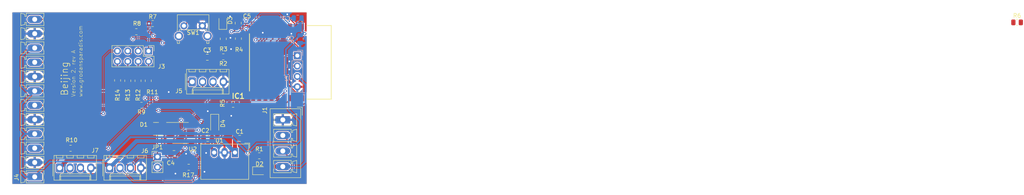
<source format=kicad_pcb>
(kicad_pcb (version 20241229) (generator "pcbnew") (generator_version "9.0")
  (layers (0 "F.Cu" signal) (4 "In1.Cu" signal) (6 "In2.Cu" signal) (8 "In3.Cu" signal) (10 "In4.Cu" signal) (2 "B.Cu" signal) (13 "F.Paste" user) (15 "B.Paste" user) (5 "F.SilkS" user "F.Silkscreen") (7 "B.SilkS" user "B.Silkscreen") (1 "F.Mask" user) (3 "B.Mask" user) (25 "Edge.Cuts" user))
  (net 0 "")
  (net 1 "GND")
  (net 4 "+3V3")
  (net 5 "Net-(JP1-Pad2)")
  (net 6 "/D")
  (net 7 "/R")
  (net 10 "+28V")
  (net 11 "Net-(D2-Pad2)")
  (net 12 "Net-(D3-Pad2)")
  (net 13 "/USB_D-")
  (net 14 "/USB_D+")
  (net 15 "Net-(IC1-Pad16)")
  (net 16 "/config")
  (net 17 "/status")
  (net 18 "Net-(J3-Pad1)")
  (net 19 "Net-(J3-Pad2)")
  (net 20 "Net-(J3-Pad3)")
  (net 21 "Net-(J3-Pad4)")
  (net 22 "Net-(J3-Pad5)")
  (net 23 "Net-(J3-Pad6)")
  (net 24 "Net-(J3-Pad7)")
  (net 25 "Net-(J3-Pad8)")
  (net 26 "Net-(C5-Pad1)")
  (net 27 "CNT4")
  (net 28 "CNT3")
  (net 29 "CNT2")
  (net 30 "CNT1")
  (net 31 "/RXD")
  (net 32 "/TXD")
  (net 33 "/CANL")
  (net 34 "/CANH")
  (net 35 "Net-(C2-Pad1)")
  (footprint "Capacitor_SMD:C_0805_2012Metric" (layer "F.Cu") (at 160.2 95 180)
    (property "Reference" "C3")
    (property "Value" "0.1uF" (hide yes))
  )
  (footprint "Resistor_SMD:R_0805_2012Metric" (layer "F.Cu") (at 145.75 100.75 -90)
    (property "Reference" "R11")
    (property "Value" "10K" (hide yes))
  )
  (footprint "Connector_Phoenix_MC:PhoenixContact_MCV_1,5_4-G-3.81_1x04_P3.81mm_Vertical" (layer "F.Cu") (at 178.6575 110.3025 -90)
    (property "Reference" "J1")
    (property "Value" "Conn_01x04_Male" (hide yes))
  )
  (footprint "ESP32_C3:ESP32C3WROOM02H4" (layer "F.Cu") (at 170.5 86.75 -90)
    (property "Reference" "IC1")
    (property "Value" "ESP32-C3-WROOM-02-H4" (hide yes))
  )
  (footprint "Capacitor_SMD:C_0805_2012Metric" (layer "F.Cu") (at 167.75 86.65 90)
    (property "Reference" "C5")
    (property "Value" "1uF" (hide yes))
  )
  (footprint "Converter_DCDC:Converter_DCDC_RECOM_R-78E-0.5_THT" (layer "F.Cu") (at 166.947 118.2925 180)
    (property "Reference" "U1")
    (property "Value" "R-78C3.3-1.0" (hide yes))
  )
  (footprint "LED_SMD:LED_0805_2012Metric" (layer "F.Cu") (at 172.95 122.75)
    (property "Reference" "D2")
    (property "Value" "PWR")
  )
  (footprint "Resistor_SMD:R_0805_2012Metric" (layer "F.Cu") (at 358.205 86.475)
    (property "Reference" "R6")
    (property "Value" "10K")
  )
  (footprint "Connector_Phoenix_MC:PhoenixContact_MCV_1,5_12-G-3.5_1x12_P3.50mm_Vertical" (layer "F.Cu") (at 117.985 124.2325 90)
    (property "Reference" "J4")
    (property "Value" "Conn_01x12_Male" (hide yes))
  )
  (footprint "Resistor_SMD:R_0805_2012Metric" (layer "F.Cu") (at 146.8375 86.75)
    (property "Reference" "R7")
    (property "Value" "22")
  )
  (footprint "Package_TO_SOT_SMD:SOT-23" (layer "F.Cu") (at 147.65 112.5 180)
    (property "Reference" "D1")
    (property "Value" "NUP2105L" (hide yes))
  )
  (footprint "Resistor_SMD:R_0805_2012Metric" (layer "F.Cu") (at 144.0875 106.75 180)
    (property "Reference" "R9")
    (property "Value" "22")
  )
  (footprint "Resistor_SMD:R_0805_2012Metric" (layer "F.Cu") (at 164.1 94.9 180)
    (property "Reference" "R2")
    (property "Value" "10K" (hide yes))
  )
  (footprint "LED_SMD:LED_0805_2012Metric" (layer "F.Cu") (at 164 86.5 90)
    (property "Reference" "D3")
    (property "Value" "Status")
  )
  (footprint "Capacitor_SMD:C_0805_2012Metric" (layer "F.Cu") (at 152.05 118.55)
    (property "Reference" "C4")
    (property "Value" "0.1uF" (hide yes))
  )
  (footprint "Resistor_SMD:R_0805_2012Metric" (layer "F.Cu") (at 143.25 100.75 -90)
    (property "Reference" "R12")
    (property "Value" "10K" (hide yes))
  )
  (footprint "Connector_Molex:Molex_KK-254_AE-6410-04A_1x04_P2.54mm_Vertical" (layer "F.Cu") (at 156.5 101)
    (property "Reference" "J5")
    (property "Value" "Conn_01x04" (hide yes))
  )
  (footprint "Button_Switch_THT:SW_Tactile_SPST_Angled_PTS645Vx31-2LFS" (layer "F.Cu") (at 154.475 87.3125)
    (property "Reference" "SW1")
    (property "Value" "ALPS SKHH" (hide yes))
  )
  (footprint "Package_SO:SOIC-8_3.9x4.9mm_P1.27mm" (layer "F.Cu") (at 153.65 113.5)
    (property "Reference" "U2")
    (property "Value" "SN65HVD232" (hide yes))
  )
  (footprint "Capacitor_SMD:C_0805_2012Metric_Pad1.18x1.45mm_HandSolder" (layer "F.Cu") (at 160.3 114.85 180)
    (property "Reference" "C2")
    (property "Value" "10uF" (hide yes))
  )
  (footprint "Resistor_SMD:R_0805_2012Metric" (layer "F.Cu") (at 166.5 106.5 180)
    (property "Reference" "R5")
    (property "Value" "10K" (hide yes))
  )
  (footprint "Connector_PinHeader_2.54mm:PinHeader_2x04_P2.54mm_Vertical" (layer "F.Cu") (at 145.825 93.475 -90)
    (property "Reference" "J3")
    (property "Value" "Conn_02x04_Counter_Clockwise" (hide yes))
  )
  (footprint "Resistor_SMD:R_0805_2012Metric" (layer "F.Cu") (at 142.8375 88.75 180)
    (property "Reference" "R8")
    (property "Value" "22")
  )
  (footprint "Resistor_SMD:R_0805_2012Metric" (layer "F.Cu") (at 138.25 100.6625 -90)
    (property "Reference" "R14")
    (property "Value" "10K" (hide yes))
  )
  (footprint "Connector_Molex:Molex_KK-254_AE-6410-04A_1x04_P2.54mm_Vertical" (layer "F.Cu") (at 124.09 122.05)
    (property "Reference" "J7")
    (property "Value" "Conn_01x04" (hide yes))
  )
  (footprint "Diode_SMD:D_SOD-123" (layer "F.Cu") (at 162 111.2 -90)
    (property "Reference" "D4")
    (property "Value" "1N5819" (hide yes))
  )
  (footprint "Resistor_SMD:R_0805_2012Metric" (layer "F.Cu") (at 155.65 121.9)
    (property "Reference" "R17")
    (property "Value" "120" (hide yes))
  )
  (footprint "Connector_PinHeader_2.54mm:PinHeader_1x02_P2.54mm_Vertical" (layer "F.Cu") (at 148 119.325)
    (property "Reference" "JP1")
    (property "Value" "Termination")
  )
  (footprint "Resistor_SMD:R_0805_2012Metric" (layer "F.Cu") (at 172.9 119.1)
    (property "Reference" "R1")
    (property "Value" "10K" (hide yes))
  )
  (footprint "Capacitor_SMD:C_0805_2012Metric_Pad1.18x1.45mm_HandSolder" (layer "F.Cu") (at 168.1 114.85)
    (property "Reference" "C1")
    (property "Value" "22uF")
  )
  (footprint "Resistor_SMD:R_0805_2012Metric" (layer "F.Cu") (at 167.8 90.45 90)
    (property "Reference" "R4")
    (property "Value" "10K" (hide yes))
  )
  (footprint "Connector_Molex:Molex_KK-254_AE-6410-04A_1x04_P2.54mm_Vertical" (layer "F.Cu") (at 136.3 122.05)
    (property "Reference" "J6")
    (property "Value" "Conn_01x04" (hide yes))
  )
  (footprint "Resistor_SMD:R_0805_2012Metric" (layer "F.Cu") (at 140.75 100.75 -90)
    (property "Reference" "R13")
    (property "Value" "10K" (hide yes))
  )
  (footprint "Resistor_SMD:R_0805_2012Metric" (layer "F.Cu") (at 164.1 90.5 90)
    (property "Reference" "R3")
    (property "Value" "10K" (hide yes))
  )
  (footprint "Resistor_SMD:R_0805_2012Metric" (layer "F.Cu") (at 126.75 117.25 180)
    (property "Reference" "R10")
    (property "Value" "22" (hide yes))
  )
  (footprint "Connector_PinHeader_2.54mm:PinHeader_1x04_P2.54mm_Vertical" (layer "B.Cu") (at 182.2 94.6 180)
    (property "Reference" "J2")
    (property "Value" "Conn_01x04_Male")
  )
  (footprint "Capacitor_SMD:C_0805_2012Metric" (layer "B.Cu") (at 182.9 90.55 -90)
    (property "Reference" "C6")
    (property "Value" "10uF" (hide yes))
  )
  (footprint "Capacitor_SMD:C_0805_2012Metric" (layer "B.Cu") (at 182.3 85.45 180)
    (property "Reference" "C7")
    (property "Value" "0.1uF" (hide yes))
  )
  (gr_line (start 184.5011 126.0036) (end 112.5011 126.0036) (stroke (width 0.05)) (layer "Edge.Cuts"))
  (gr_line (start 112.5011 126.0036) (end 112.5011 84.0036) (stroke (width 0.05)) (layer "Edge.Cuts"))
  (gr_line (start 184.5011 84.0036) (end 184.5011 126.0036) (stroke (width 0.05)) (layer "Edge.Cuts"))
  (gr_line (start 112.5011 84.0036) (end 184.5011 84.0036) (stroke (width 0.05)) (layer "Edge.Cuts"))
  (gr_text "Beijing\n" (at 126.25 104.5 90) (layer "F.SilkS") (effects (font (size 1.63576 1.63576) (thickness 0.14224)) (justify left bottom)))
  (gr_text "www.grodansparadis.com" (at 129.75 104.75 90) (layer "F.SilkS") (effects (font (size 0.93472 0.93472) (thickness 0.08128)) (justify left bottom)))
  (gr_text "Version 2, rev A" (at 128 104.75 90) (layer "F.SilkS") (effects (font (size 0.93472 0.93472) (thickness 0.08128)) (justify left bottom)))
  (segment (start 159.25 95) (end 159.25 94.75) (width 0.25) (layer "F.Cu") (net 1))
  (segment (start 159.25 94.75) (end 160.25 93.75) (width 0.25) (layer "F.Cu") (net 1))
  (via (at 159.5 123) (size 0.8) (drill 0.4) (layers "F.Cu" "B.Cu") (net 1))
  (via (at 173.75 89) (size 0.8) (drill 0.4) (layers "F.Cu" "B.Cu") (net 1))
  (via (at 179.75 84.5) (size 0.8) (drill 0.4) (layers "F.Cu" "B.Cu") (net 1))
  (via (at 160.3 108.19) (size 0.8) (drill 0.4) (layers "F.Cu" "B.Cu") (net 1))
  (via (at 155 118.6) (size 0.8) (drill 0.4) (layers "F.Cu" "B.Cu") (net 1))
  (via (at 180.75 100.75) (size 0.8) (drill 0.4) (layers "F.Cu" "B.Cu") (net 1))
  (via (at 159.9 118.4) (size 0.8) (drill 0.4) (layers "F.Cu" "B.Cu") (net 1))
  (via (at 160.25 93.75) (size 0.8) (drill 0.4) (layers "F.Cu" "B.Cu") (net 1))
  (via (at 180.25 98) (size 0.8) (drill 0.4) (layers "F.Cu" "B.Cu") (net 1))
  (via (at 180.75 89.25) (size 0.8) (drill 0.4) (layers "F.Cu" "B.Cu") (net 1))
  (via (at 166.05 109.32) (size 0.8) (drill 0.4) (layers "F.Cu" "B.Cu") (net 1))
  (via (at 165.75 85) (size 0.8) (drill 0.4) (layers "F.Cu" "B.Cu") (net 1))
  (via (at 166 93) (size 0.8) (drill 0.4) (layers "F.Cu" "B.Cu") (net 1))
  (via (at 152.4 123.45) (size 0.8) (drill 0.4) (layers "F.Cu" "B.Cu") (net 1))
  (via (at 180.25 96) (size 0.8) (drill 0.4) (layers "F.Cu" "B.Cu") (net 1))
  (via (at 150.75 103.5) (size 0.8) (drill 0.4) (layers "F.Cu" "B.Cu") (net 1))
  (via (at 165.85 90.25) (size 0.8) (drill 0.4) (layers "F.Cu" "B.Cu") (net 1))
  (segment (start 169.75 90.944565) (end 169.75 88.1) (width 0.25) (layer "F.Cu") (net 4))
  (segment (start 166.77048 90.56702) (end 166.77048 91.865045) (width 0.25) (layer "F.Cu") (net 4))
  (segment (start 138.25 101.575) (end 136.5925 103.2325) (width 0.5) (layer "F.Cu") (net 4))
  (segment (start 151.1 118.55) (end 152.27952 119.72952) (width 0.5) (layer "F.Cu") (net 4))
  (segment (start 158.904511 113.153951) (end 158.904511 110.904511) (width 0.5) (layer "F.Cu") (net 4))
  (segment (start 162.5375 109.55) (end 165.5875 106.5) (width 0.5) (layer "F.Cu") (net 4))
  (segment (start 169.75 88.1) (end 169.65 88) (width 0.25) (layer "F.Cu") (net 4))
  (segment (start 136.5925 103.2325) (end 117.985 103.2325) (width 0.5) (layer "F.Cu") (net 4))
  (segment (start 143.6625 101.6625) (end 146.479511 104.479511) (width 0.5) (layer "F.Cu") (net 4))
  (segment (start 151.175 114.135) (end 150.791857 114.135) (width 0.25) (layer "F.Cu") (net 4))
  (segment (start 146.5 108) (end 146.479511 108.020489) (width 0.25) (layer "F.Cu") (net 4))
  (segment (start 167.109955 92.20452) (end 168.490045 92.20452) (width 0.25) (layer "F.Cu") (net 4))
  (segment (start 167.077717 92.172283) (end 167.109955 92.20452) (width 0.25) (layer "F.Cu") (net 4))
  (segment (start 150.61508 114.135) (end 151.175 114.135) (width 0.5) (layer "F.Cu") (net 4))
  (segment (start 146.479511 104.479511) (end 146.479511 108.020489) (width 0.5) (layer "F.Cu") (net 4))
  (segment (start 140.75 101.6625) (end 138.3375 101.6625) (width 0.5) (layer "F.Cu") (net 4))
  (segment (start 167.8 89.5375) (end 166.77048 90.56702) (width 0.25) (layer "F.Cu") (net 4))
  (segment (start 164.1 91.4125) (end 165.925 91.4125) (width 0.25) (layer "F.Cu") (net 4))
  (segment (start 151.1 118.55) (end 149.74548 117.19548) (width 0.5) (layer "F.Cu") (net 4))
  (segment (start 166.77048 91.865045) (end 167.077717 92.172283) (width 0.25) (layer "F.Cu") (net 4))
  (segment (start 156.857781 119.72952) (end 158.22048 118.366821) (width 0.5) (layer "F.Cu") (net 4))
  (segment (start 152.27952 119.72952) (end 156.857781 119.72952) (width 0.5) (layer "F.Cu") (net 4))
  (segment (start 143.25 101.6625) (end 145.75 101.6625) (width 0.5) (layer "F.Cu") (net 4))
  (segment (start 149.74548 117.19548) (end 149.74548 115.0046) (width 0.5) (layer "F.Cu") (net 4))
  (segment (start 160.85 110.7) (end 162 109.55) (width 0.5) (layer "F.Cu") (net 4))
  (segment (start 156.5 101) (end 146.4125 101) (width 0.5) (layer "F.Cu") (net 4))
  (segment (start 171.2875 118.4) (end 171.9875 119.1) (width 0.25) (layer "F.Cu") (net 4))
  (segment (start 148.25 108) (end 146.5 108) (width 0.25) (layer "F.Cu") (net 4))
  (segment (start 165.925 91.4125) (end 167.8 89.5375) (width 0.25) (layer "F.Cu") (net 4))
  (segment (start 138.3375 101.6625) (end 138.25 101.575) (width 0.25) (layer "F.Cu") (net 4))
  (segment (start 146.4125 101) (end 145.75 101.6625) (width 0.5) (layer "F.Cu") (net 4))
  (segment (start 149.74548 115.0046) (end 150.61508 114.135) (width 0.5) (layer "F.Cu") (net 4))
  (segment (start 168.490045 92.20452) (end 169.75 90.944565) (width 0.25) (layer "F.Cu") (net 4))
  (segment (start 158.904511 110.904511) (end 158.7 110.7) (width 0.5) (layer "F.Cu") (net 4))
  (segment (start 183.4 87.5) (end 183.4 87.65) (width 0.25) (layer "F.Cu") (net 4))
  (segment (start 183.4 87.65) (end 183.4 88.65) (width 0.25) (layer "F.Cu") (net 4))
  (segment (start 183.4 88.65) (end 184 89.25) (width 0.25) (layer "F.Cu") (net 4))
  (segment (start 170.05 118.4) (end 171.2875 118.4) (width 0.25) (layer "F.Cu") (net 4))
  (segment (start 143.25 101.6625) (end 143.6625 101.6625) (width 0.25) (layer "F.Cu") (net 4))
  (segment (start 158.22048 113.837982) (end 158.904511 113.153951) (width 0.5) (layer "F.Cu") (net 4))
  (segment (start 158.7 110.7) (end 160.85 110.7) (width 0.5) (layer "F.Cu") (net 4))
  (segment (start 162 109.55) (end 162.5375 109.55) (width 0.5) (layer "F.Cu") (net 4))
  (segment (start 158.22048 118.366821) (end 158.22048 113.837982) (width 0.5) (layer "F.Cu") (net 4))
  (via (at 169.65 88) (size 0.8) (drill 0.4) (layers "F.Cu" "B.Cu") (net 4))
  (via (at 148.25 108) (size 0.8) (drill 0.4) (layers "F.Cu" "B.Cu") (net 4))
  (via (at 170.05 118.4) (size 0.8) (drill 0.4) (layers "F.Cu" "B.Cu") (net 4))
  (via (at 184 89.25) (size 0.8) (drill 0.4) (layers "F.Cu" "B.Cu") (net 4))
  (via (at 158.7 110.7) (size 0.8) (drill 0.4) (layers "F.Cu" "B.Cu") (net 4))
  (segment (start 183.65 85.85) (end 183.25 85.45) (width 0.25) (layer "B.Cu") (net 4))
  (segment (start 179.395489 99.104511) (end 179.395489 93.104511) (width 0.5) (layer "B.Cu") (net 4))
  (segment (start 166.19548 114.54548) (end 170.05 118.4) (width 0.5) (layer "B.Cu") (net 4))
  (segment (start 172.3 116.1) (end 182 116.1) (width 0.5) (layer "B.Cu") (net 4))
  (segment (start 114.75 114.715) (end 115.7325 113.7325) (width 0.5) (layer "B.Cu") (net 4))
  (segment (start 156 108) (end 148.25 108) (width 0.25) (layer "B.Cu") (net 4))
  (segment (start 116.0175 113.7325) (end 117.985 113.7325) (width 0.25) (layer "B.Cu") (net 4))
  (segment (start 183.25 89.25) (end 182.9 89.6) (width 0.25) (layer "B.Cu") (net 4))
  (segment (start 184 89.25) (end 183.25 89.25) (width 0.25) (layer "B.Cu") (net 4))
  (segment (start 114.75 102) (end 115.9825 103.2325) (width 0.5) (layer "B.Cu") (net 4))
  (segment (start 182.75 115.35) (end 182.75 110.540978) (width 0.5) (layer "B.Cu") (net 4))
  (segment (start 169.65 88) (end 173.25452 84.39548) (width 0.25) (layer "B.Cu") (net 4))
  (segment (start 177.74548 84.39548) (end 180.45 87.1) (width 0.25) (layer "B.Cu") (net 4))
  (segment (start 180.104511 107.895489) (end 180.104511 102.254511) (width 0.5) (layer "B.Cu") (net 4))
  (segment (start 114.75 94.86202) (end 114.75 102) (width 0.5) (layer "B.Cu") (net 4))
  (segment (start 114.75 112.75) (end 114.75 106.4675) (width 0.5) (layer "B.Cu") (net 4))
  (segment (start 115.7325 124.2325) (end 117.985 124.2325) (width 0.5) (layer "B.Cu") (net 4))
  (segment (start 183.65 88.85) (end 183.65 85.85) (width 0.25) (layer "B.Cu") (net 4))
  (segment (start 173.25452 84.39548) (end 177.74548 84.39548) (width 0.25) (layer "B.Cu") (net 4))
  (segment (start 116.87952 92.7325) (end 117.985 92.7325) (width 0.25) (layer "B.Cu") (net 4))
  (segment (start 182.75 110.540978) (end 180.104511 107.895489) (width 0.5) (layer "B.Cu") (net 4))
  (segment (start 141.40452 114.54548) (end 166.19548 114.54548) (width 0.5) (layer "B.Cu") (net 4))
  (segment (start 158.75 110.75) (end 156 108) (width 0.25) (layer "B.Cu") (net 4))
  (segment (start 180.104511 102.254511) (end 179.895489 102.045489) (width 0.5) (layer "B.Cu") (net 4))
  (segment (start 182.9 89.6) (end 183.65 88.85) (width 0.25) (layer "B.Cu") (net 4))
  (segment (start 115.7325 113.7325) (end 114.75 112.75) (width 0.5) (layer "B.Cu") (net 4))
  (segment (start 179.395489 93.104511) (end 182.9 89.6) (width 0.5) (layer "B.Cu") (net 4))
  (segment (start 114.75 123.25) (end 115.7325 124.2325) (width 0.5) (layer "B.Cu") (net 4))
  (segment (start 117.985 103.2325) (end 115.9825 103.2325) (width 0.5) (layer "B.Cu") (net 4))
  (segment (start 170.05 118.4) (end 172.3 116.15) (width 0.5) (layer "B.Cu") (net 4))
  (segment (start 114.75 94.86202) (end 116.87952 92.7325) (width 0.5) (layer "B.Cu") (net 4))
  (segment (start 179.895489 102.045489) (end 179.895489 99.604511) (width 0.5) (layer "B.Cu") (net 4))
  (segment (start 182 116.1) (end 182.75 115.35) (width 0.5) (layer "B.Cu") (net 4))
  (segment (start 121.71702 120.50048) (end 117.985 124.2325) (width 0.5) (layer "B.Cu") (net 4))
  (segment (start 121.71702 120.50048) (end 135.44952 120.50048) (width 0.5) (layer "B.Cu") (net 4))
  (segment (start 181.6 87.1) (end 183.25 85.45) (width 0.25) (layer "B.Cu") (net 4))
  (segment (start 179.895489 99.604511) (end 179.395489 99.104511) (width 0.5) (layer "B.Cu") (net 4))
  (segment (start 114.75 114.715) (end 114.75 123.25) (width 0.5) (layer "B.Cu") (net 4))
  (segment (start 172.3 116.15) (end 172.3 116.1) (width 0.5) (layer "B.Cu") (net 4))
  (segment (start 135.44952 120.50048) (end 141.40452 114.54548) (width 0.5) (layer "B.Cu") (net 4))
  (segment (start 117.985 113.7325) (end 115.7325 113.7325) (width 0.5) (layer "B.Cu") (net 4))
  (segment (start 180.45 87.1) (end 181.6 87.1) (width 0.25) (layer "B.Cu") (net 4))
  (segment (start 114.75 106.4675) (end 117.985 103.2325) (width 0.5) (layer "B.Cu") (net 4))
  (segment (start 154.7025 121.865) (end 148 121.865) (width 0.25) (layer "F.Cu") (net 5))
  (segment (start 154.7375 121.9) (end 154.7025 121.865) (width 0.25) (layer "F.Cu") (net 5))
  (segment (start 161.286171 120.8) (end 162.94652 119.139651) (width 0.25) (layer "F.Cu") (net 6))
  (segment (start 181.180489 98.319511) (end 182.688571 98.319511) (width 0.25) (layer "F.Cu") (net 6))
  (segment (start 170.65 107.25) (end 183.009022 107.25) (width 0.25) (layer "F.Cu") (net 6))
  (segment (start 149.050001 118.044565) (end 151.805435 120.8) (width 0.25) (layer "F.Cu") (net 6))
  (segment (start 172.9 87.5) (end 172.9 89.85) (width 0.25) (layer "F.Cu") (net 6))
  (segment (start 183.379511 97.628571) (end 183.379511 93.420489) (width 0.25) (layer "F.Cu") (net 6))
  (segment (start 183.009022 107.25) (end 184.179511 106.079511) (width 0.25) (layer "F.Cu") (net 6))
  (segment (start 179.796945 99.703055) (end 181.180489 98.319511) (width 0.25) (layer "F.Cu") (net 6))
  (segment (start 180.459022 90.5) (end 180 90.5) (width 0.25) (layer "F.Cu") (net 6))
  (segment (start 162.94652 119.139651) (end 162.94652 114.95348) (width 0.25) (layer "F.Cu") (net 6))
  (segment (start 150.791857 111.595) (end 149.87048 112.516377) (width 0.25) (layer "F.Cu") (net 6))
  (segment (start 149.05 114.85) (end 149.050001 118.044565) (width 0.25) (layer "F.Cu") (net 6))
  (segment (start 151.175 111.595) (end 150.791857 111.595) (width 0.25) (layer "F.Cu") (net 6))
  (segment (start 182.688571 98.319511) (end 183.379511 97.628571) (width 0.25) (layer "F.Cu") (net 6))
  (segment (start 179.796945 101.485027) (end 179.796945 99.703055) (width 0.25) (layer "F.Cu") (net 6))
  (segment (start 182.232407 103.920489) (end 179.796945 101.485027) (width 0.25) (layer "F.Cu") (net 6))
  (segment (start 172.9 89.85) (end 172 90.75) (width 0.25) (layer "F.Cu") (net 6))
  (segment (start 149.87048 114.02952) (end 149.05 114.85) (width 0.25) (layer "F.Cu") (net 6))
  (segment (start 183.379511 93.420489) (end 180.459022 90.5) (width 0.25) (layer "F.Cu") (net 6))
  (segment (start 184.179511 106.079511) (end 184.179511 103.920489) (width 0.25) (layer "F.Cu") (net 6))
  (segment (start 162.94652 114.95348) (end 170.65 107.25) (width 0.25) (layer "F.Cu") (net 6))
  (segment (start 149.87048 112.516377) (end 149.87048 114.02952) (width 0.25) (layer "F.Cu") (net 6))
  (segment (start 184.179511 103.920489) (end 182.232407 103.920489) (width 0.25) (layer "F.Cu") (net 6))
  (segment (start 151.805435 120.8) (end 161.286171 120.8) (width 0.25) (layer "F.Cu") (net 6))
  (via (at 180 90.5) (size 0.8) (drill 0.4) (layers "F.Cu" "B.Cu") (net 6))
  (via (at 172 90.75) (size 0.8) (drill 0.4) (layers "F.Cu" "B.Cu") (net 6))
  (segment (start 172 90.75) (end 179.75 90.75) (width 0.25) (layer "B.Cu") (net 6))
  (segment (start 179.75 90.75) (end 180 90.5) (width 0.25) (layer "B.Cu") (net 6))
  (segment (start 151.558143 115.405) (end 154.82048 112.142663) (width 0.25) (layer "F.Cu") (net 7))
  (segment (start 151.175 115.405) (end 151.558143 115.405) (width 0.25) (layer "F.Cu") (net 7))
  (segment (start 154.82048 112.142663) (end 154.82048 111.12952) (width 0.25) (layer "F.Cu") (net 7))
  (segment (start 154.82048 111.12952) (end 160.95 105) (width 0.25) (layer "F.Cu") (net 7))
  (segment (start 160.95 105) (end 171.4 105) (width 0.25) (layer "F.Cu") (net 7))
  (segment (start 175.65 113.8) (end 175.65 121.15) (width 1) (layer "F.Cu") (net 10))
  (segment (start 166.947 114.9655) (end 167.0625 114.85) (width 1) (layer "F.Cu") (net 10))
  (segment (start 125.88952 120.25048) (end 124.09 122.05) (width 1) (layer "F.Cu") (net 10))
  (segment (start 175.65 121.15) (end 176.2325 121.7325) (width 1) (layer "F.Cu") (net 10))
  (segment (start 168.25 112.85) (end 174.7 112.85) (width 1) (layer "F.Cu") (net 10))
  (segment (start 167.0625 114.0375) (end 168.25 112.85) (width 1) (layer "F.Cu") (net 10))
  (segment (start 176.2325 121.7325) (end 178.6575 121.7325) (width 1) (layer "F.Cu") (net 10))
  (segment (start 167.0625 114.85) (end 167.0625 114.0375) (width 1) (layer "F.Cu") (net 10))
  (segment (start 136.3 122.05) (end 134.50048 120.25048) (width 1) (layer "F.Cu") (net 10))
  (segment (start 174.7 112.85) (end 175.65 113.8) (width 1) (layer "F.Cu") (net 10))
  (segment (start 166.947 118.2925) (end 166.947 114.9655) (width 1) (layer "F.Cu") (net 10))
  (segment (start 134.50048 120.25048) (end 125.88952 120.25048) (width 1) (layer "F.Cu") (net 10))
  (segment (start 184.179511 101.659511) (end 184.179511 120.570489) (width 0.5) (layer "B.Cu") (net 10))
  (segment (start 182.2 99.68) (end 184.179511 101.659511) (width 0.5) (layer "B.Cu") (net 10))
  (segment (start 136.3 122.05) (end 142.85 115.5) (width 1) (layer "B.Cu") (net 10))
  (segment (start 184.179511 120.570489) (end 183.0175 121.7325) (width 0.5) (layer "B.Cu") (net 10))
  (segment (start 183.0175 121.7325) (end 178.6575 121.7325) (width 0.5) (layer "B.Cu") (net 10))
  (segment (start 164.1545 115.5) (end 166.947 118.2925) (width 1) (layer "B.Cu") (net 10))
  (segment (start 142.85 115.5) (end 164.1545 115.5) (width 1) (layer "B.Cu") (net 10))
  (segment (start 173.8125 119.1) (end 173.8125 122.675) (width 0.25) (layer "F.Cu") (net 11))
  (segment (start 173.8125 122.675) (end 173.8875 122.75) (width 0.25) (layer "F.Cu") (net 11))
  (segment (start 153.270489 86.782631) (end 155.15312 84.9) (width 0.25) (layer "F.Cu") (net 12))
  (segment (start 158.42048 95.72048) (end 158.42048 94.284955) (width 0.25) (layer "F.Cu") (net 12))
  (segment (start 155.15312 84.9) (end 163.3375 84.9) (width 0.25) (layer "F.Cu") (net 12))
  (segment (start 163.1875 94.9) (end 162.03298 96.05452) (width 0.25) (layer "F.Cu") (net 12))
  (segment (start 153.270489 87.897065) (end 153.270489 86.782631) (width 0.25) (layer "F.Cu") (net 12))
  (segment (start 162.7 88.80452) (end 159.75 85.85452) (width 0.25) (layer "F.Cu") (net 12))
  (segment (start 162.7 90.005435) (end 162.7 88.80452) (width 0.25) (layer "F.Cu") (net 12))
  (segment (start 162.03298 96.05452) (end 158.75452 96.05452) (width 0.25) (layer "F.Cu") (net 12))
  (segment (start 159.75 85.85452) (end 157.636417 85.85452) (width 0.25) (layer "F.Cu") (net 12))
  (segment (start 158.42048 94.284955) (end 162.7 90.005435) (width 0.25) (layer "F.Cu") (net 12))
  (segment (start 153.890435 88.517011) (end 153.270489 87.897065) (width 0.25) (layer "F.Cu") (net 12))
  (segment (start 157.636417 85.85452) (end 154.973926 88.517011) (width 0.25) (layer "F.Cu") (net 12))
  (segment (start 154.973926 88.517011) (end 153.890435 88.517011) (width 0.25) (layer "F.Cu") (net 12))
  (segment (start 163.3375 84.9) (end 164 85.5625) (width 0.25) (layer "F.Cu") (net 12))
  (segment (start 158.75452 96.05452) (end 158.42048 95.72048) (width 0.25) (layer "F.Cu") (net 12))
  (segment (start 178.954511 95.004511) (end 179.359022 94.6) (width 0.2) (layer "F.Cu") (net 13))
  (segment (start 176.854511 101.645489) (end 175.9 102.6) (width 0.2) (layer "F.Cu") (net 13))
  (segment (start 178.954511 101.645489) (end 176.854511 101.645489) (width 0.2) (layer "F.Cu") (net 13))
  (segment (start 175.9 102.6) (end 175.9 105) (width 0.2) (layer "F.Cu") (net 13))
  (segment (start 178.954511 101.645489) (end 178.954511 95.004511) (width 0.2) (layer "F.Cu") (net 13))
  (segment (start 179.359022 94.6) (end 182.2 94.6) (width 0.2) (layer "F.Cu") (net 13))
  (segment (start 179.122068 102.050009) (end 177.75 102.050009) (width 0.2) (layer "F.Cu") (net 14))
  (segment (start 179.619031 97.14) (end 179.359031 97.4) (width 0.2) (layer "F.Cu") (net 14))
  (segment (start 179.359031 97.4) (end 179.359031 101.813046) (width 0.2) (layer "F.Cu") (net 14))
  (segment (start 182.2 97.14) (end 179.619031 97.14) (width 0.2) (layer "F.Cu") (net 14))
  (segment (start 177.75 102.050009) (end 177.4 102.400009) (width 0.2) (layer "F.Cu") (net 14))
  (segment (start 179.359031 101.813046) (end 179.122068 102.050009) (width 0.2) (layer "F.Cu") (net 14))
  (segment (start 177.4 102.400009) (end 177.4 105) (width 0.2) (layer "F.Cu") (net 14))
  (segment (start 179.2 106.5) (end 167.4125 106.5) (width 0.25) (layer "F.Cu") (net 15))
  (segment (start 180.4 105) (end 180.4 105.3) (width 0.25) (layer "F.Cu") (net 15))
  (segment (start 180.4 105.3) (end 179.2 106.5) (width 0.25) (layer "F.Cu") (net 15))
  (segment (start 161.15 92.35) (end 163.9125 89.5875) (width 0.25) (layer "F.Cu") (net 16))
  (segment (start 170.640978 86.4) (end 174 86.4) (width 0.25) (layer "F.Cu") (net 16))
  (segment (start 166.91702 86.77048) (end 170.270498 86.77048) (width 0.25) (layer "F.Cu") (net 16))
  (segment (start 163.9125 89.5875) (end 164.1 89.5875) (width 0.25) (layer "F.Cu") (net 16))
  (segment (start 174 86.4) (end 174.4 86.8) (width 0.25) (layer "F.Cu") (net 16))
  (segment (start 170.270498 86.77048) (end 170.640978 86.4) (width 0.25) (layer "F.Cu") (net 16))
  (segment (start 154.475 87.3125) (end 156.3875 85.4) (width 0.25) (layer "F.Cu") (net 16))
  (segment (start 164.1 89.2) (end 164.1 89.5875) (width 0.25) (layer "F.Cu") (net 16))
  (segment (start 156.3875 85.4) (end 160.3 85.4) (width 0.25) (layer "F.Cu") (net 16))
  (segment (start 161.15 95) (end 161.15 92.35) (width 0.25) (layer "F.Cu") (net 16))
  (segment (start 160.3 85.4) (end 164.1 89.2) (width 0.25) (layer "F.Cu") (net 16))
  (segment (start 174.4 86.8) (end 174.4 87.5) (width 0.25) (layer "F.Cu") (net 16))
  (segment (start 164.1 89.5875) (end 166.91702 86.77048) (width 0.25) (layer "F.Cu") (net 16))
  (segment (start 175.9 87.5) (end 175.9 87.881685) (width 0.25) (layer "F.Cu") (net 17))
  (segment (start 175.9 87.6) (end 175.9 87.85) (width 0.25) (layer "F.Cu") (net 17))
  (segment (start 175.9 87.881685) (end 168.881685 94.9) (width 0.25) (layer "F.Cu") (net 17))
  (segment (start 175.9 87.5) (end 175.9 87.6) (width 0.25) (layer "F.Cu") (net 17))
  (segment (start 168.881685 94.9) (end 165.0125 94.9) (width 0.25) (layer "F.Cu") (net 17))
  (segment (start 143.7675 85.7325) (end 144.5 85) (width 0.25) (layer "F.Cu") (net 18))
  (segment (start 144.5 85) (end 146 85) (width 0.25) (layer "F.Cu") (net 18))
  (segment (start 145.825 88.675) (end 145.825 93.475) (width 0.25) (layer "F.Cu") (net 18))
  (segment (start 147.75 86.75) (end 145.825 88.675) (width 0.25) (layer "F.Cu") (net 18))
  (segment (start 117.985 85.7325) (end 143.7675 85.7325) (width 0.25) (layer "F.Cu") (net 18))
  (segment (start 146 85) (end 147.75 86.75) (width 0.25) (layer "F.Cu") (net 18))
  (segment (start 145.825 99.7625) (end 145.825 96.015) (width 0.25) (layer "F.Cu") (net 19))
  (segment (start 145.75 99.8375) (end 145.825 99.7625) (width 0.25) (layer "F.Cu") (net 19))
  (segment (start 143.75 88.75) (end 143.285 89.215) (width 0.25) (layer "F.Cu") (net 20))
  (segment (start 117.985 96.2325) (end 128.2675 96.2325) (width 0.25) (layer "F.Cu") (net 20))
  (segment (start 137.75 86.75) (end 141.75 86.75) (width 0.25) (layer "F.Cu") (net 20))
  (segment (start 128.2675 96.2325) (end 137.75 86.75) (width 0.25) (layer "F.Cu") (net 20))
  (segment (start 141.75 86.75) (end 143.75 88.75) (width 0.25) (layer "F.Cu") (net 20))
  (segment (start 143.285 89.215) (end 143.285 93.475) (width 0.25) (layer "F.Cu") (net 20))
  (segment (start 143.25 99.8375) (end 143.285 99.8025) (width 0.25) (layer "F.Cu") (net 21))
  (segment (start 143.285 99.8025) (end 143.285 96.015) (width 0.25) (layer "F.Cu") (net 21))
  (segment (start 140.8425 106.7325) (end 142 105.575) (width 0.25) (layer "F.Cu") (net 22))
  (segment (start 140.745 93.475) (end 142 94.73) (width 0.25) (layer "F.Cu") (net 22))
  (segment (start 142 105.575) (end 143.175 106.75) (width 0.25) (layer "F.Cu") (net 22))
  (segment (start 142 94.73) (end 142 105.575) (width 0.25) (layer "F.Cu") (net 22))
  (segment (start 117.985 106.7325) (end 140.8425 106.7325) (width 0.25) (layer "F.Cu") (net 22))
  (segment (start 140.745 99.8325) (end 140.745 96.015) (width 0.25) (layer "F.Cu") (net 23))
  (segment (start 140.75 99.8375) (end 140.745 99.8325) (width 0.25) (layer "F.Cu") (net 23))
  (segment (start 125.8375 117.25) (end 125.8375 114.6625) (width 0.25) (layer "F.Cu") (net 24))
  (segment (start 125.8375 114.6625) (end 131.75 108.75) (width 0.25) (layer "F.Cu") (net 24))
  (segment (start 131.75 108.75) (end 134.75 108.75) (width 0.25) (layer "F.Cu") (net 24))
  (segment (start 117.985 117.2325) (end 125.82 117.2325) (width 0.25) (layer "F.Cu") (net 24))
  (segment (start 125.82 117.2325) (end 125.8375 117.25) (width 0.25) (layer "F.Cu") (net 24))
  (via (at 134.75 108.75) (size 0.8) (drill 0.4) (layers "F.Cu" "B.Cu") (net 24))
  (segment (start 134.75 95) (end 136.275 93.475) (width 0.25) (layer "B.Cu") (net 24))
  (segment (start 134.75 108.75) (end 134.75 95) (width 0.25) (layer "B.Cu") (net 24))
  (segment (start 136.275 93.475) (end 138.205 93.475) (width 0.25) (layer "B.Cu") (net 24))
  (segment (start 138.205 99.705) (end 138.205 96.015) (width 0.25) (layer "F.Cu") (net 25))
  (segment (start 138.25 99.75) (end 138.205 99.705) (width 0.25) (layer "F.Cu") (net 25))
  (segment (start 167.75 87.6) (end 168.82952 88.67952) (width 0.25) (layer "F.Cu") (net 26))
  (segment (start 168.82952 90.33298) (end 167.8 91.3625) (width 0.25) (layer "F.Cu") (net 26))
  (segment (start 166.1 88.75) (end 166.6 88.75) (width 0.25) (layer "F.Cu") (net 26))
  (segment (start 180.159022 85.4) (end 170.05 85.4) (width 0.25) (layer "F.Cu") (net 26))
  (segment (start 166.6 88.75) (end 167.75 87.6) (width 0.25) (layer "F.Cu") (net 26))
  (segment (start 168.82952 88.67952) (end 168.82952 90.33298) (width 0.25) (layer "F.Cu") (net 26))
  (segment (start 170.05 85.4) (end 169.65 85.8) (width 0.25) (layer "F.Cu") (net 26))
  (segment (start 181.9 87.5) (end 181.9 87.140978) (width 0.25) (layer "F.Cu") (net 26))
  (segment (start 181.9 87.140978) (end 180.159022 85.4) (width 0.25) (layer "F.Cu") (net 26))
  (via (at 166.1 88.75) (size 0.8) (drill 0.4) (layers "F.Cu" "B.Cu") (net 26))
  (via (at 169.65 85.8) (size 0.8) (drill 0.4) (layers "F.Cu" "B.Cu") (net 26))
  (segment (start 167.8 88.75) (end 166.1 88.75) (width 0.25) (layer "B.Cu") (net 26))
  (segment (start 169.65 85.8) (end 169.65 86.9) (width 0.25) (layer "B.Cu") (net 26))
  (segment (start 169.65 86.9) (end 167.8 88.75) (width 0.25) (layer "B.Cu") (net 26))
  (segment (start 178.9 105) (end 178.9 103.85) (width 0.25) (layer "F.Cu") (net 27))
  (segment (start 178.9 103.85) (end 178.9 103.6) (width 0.25) (layer "F.Cu") (net 27))
  (segment (start 178.9 103.6) (end 179.25 103.25) (width 0.25) (layer "F.Cu") (net 27))
  (segment (start 136 117.25) (end 127.6625 117.25) (width 0.25) (layer "F.Cu") (net 27))
  (via (at 179.25 103.25) (size 0.8) (drill 0.4) (layers "F.Cu" "B.Cu") (net 27))
  (via (at 136 117.25) (size 0.8) (drill 0.4) (layers "F.Cu" "B.Cu") (net 27))
  (segment (start 179.25 103.25) (end 176.770489 105.729511) (width 0.25) (layer "B.Cu") (net 27))
  (segment (start 146.520489 105.729511) (end 136 116.25) (width 0.25) (layer "B.Cu") (net 27))
  (segment (start 176.770489 105.729511) (end 146.520489 105.729511) (width 0.25) (layer "B.Cu") (net 27))
  (segment (start 136 116.25) (end 136 117.25) (width 0.25) (layer "B.Cu") (net 27))
  (segment (start 157.69952 102.085045) (end 154.784565 105) (width 0.25) (layer "F.Cu") (net 28))
  (segment (start 154.784565 105) (end 147.75 105) (width 0.25) (layer "F.Cu") (net 28))
  (segment (start 157.69952 99.914955) (end 157.69952 102.085045) (width 0.25) (layer "F.Cu") (net 28))
  (segment (start 180.4 87.8) (end 176.2 92) (width 0.25) (layer "F.Cu") (net 28))
  (segment (start 160.196395 97.41808) (end 157.69952 99.914955) (width 0.25) (layer "F.Cu") (net 28))
  (segment (start 180.4 87.5) (end 180.4 87.8) (width 0.25) (layer "F.Cu") (net 28))
  (segment (start 176.2 92) (end 170.78192 97.41808) (width 0.25) (layer "F.Cu") (net 28))
  (segment (start 145 106.75) (end 145 105) (width 0.25) (layer "F.Cu") (net 28))
  (segment (start 170.78192 97.41808) (end 160.196395 97.41808) (width 0.25) (layer "F.Cu") (net 28))
  (via (at 147.75 105) (size 0.8) (drill 0.4) (layers "F.Cu" "B.Cu") (net 28))
  (via (at 145 105) (size 0.8) (drill 0.4) (layers "F.Cu" "B.Cu") (net 28))
  (segment (start 147.75 105) (end 145 105) (width 0.25) (layer "B.Cu") (net 28))
  (segment (start 150 91.5) (end 149.25 91.5) (width 0.25) (layer "F.Cu") (net 29))
  (segment (start 155.46356 96.96356) (end 150 91.5) (width 0.25) (layer "F.Cu") (net 29))
  (segment (start 142 90.5) (end 142 88.825) (width 0.25) (layer "F.Cu") (net 29))
  (segment (start 142 88.825) (end 141.925 88.75) (width 0.25) (layer "F.Cu") (net 29))
  (segment (start 169.73644 96.96356) (end 155.46356 96.96356) (width 0.25) (layer "F.Cu") (net 29))
  (segment (start 178.9 87.5) (end 178.9 87.8) (width 0.25) (layer "F.Cu") (net 29))
  (segment (start 178.9 87.8) (end 169.73644 96.96356) (width 0.25) (layer "F.Cu") (net 29))
  (via (at 149.25 91.5) (size 0.8) (drill 0.4) (layers "F.Cu" "B.Cu") (net 29))
  (via (at 142 90.5) (size 0.8) (drill 0.4) (layers "F.Cu" "B.Cu") (net 29))
  (segment (start 148.5 90.75) (end 149.25 91.5) (width 0.25) (layer "B.Cu") (net 29))
  (segment (start 145.5 90.75) (end 145 90.25) (width 0.25) (layer "B.Cu") (net 29))
  (segment (start 145.5 90.75) (end 148.5 90.75) (width 0.25) (layer "B.Cu") (net 29))
  (segment (start 145 90.25) (end 142.25 90.25) (width 0.25) (layer "B.Cu") (net 29))
  (segment (start 142.25 90.25) (end 142 90.5) (width 0.25) (layer "B.Cu") (net 29))
  (segment (start 157.50904 96.50904) (end 151 90) (width 0.25) (layer "F.Cu") (net 30))
  (segment (start 177.4 87.5) (end 177.4 87.8) (width 0.25) (layer "F.Cu") (net 30))
  (segment (start 168.69096 96.50904) (end 157.980616 96.50904) (width 0.25) (layer "F.Cu") (net 30))
  (segment (start 151 90) (end 150.75 89.75) (width 0.25) (layer "F.Cu") (net 30))
  (segment (start 177.4 87.8) (end 174.95 90.25) (width 0.25) (layer "F.Cu") (net 30))
  (segment (start 157.980616 96.50904) (end 157.50904 96.50904) (width 0.25) (layer "F.Cu") (net 30))
  (segment (start 150.75 89.75) (end 147 89.75) (width 0.25) (layer "F.Cu") (net 30))
  (segment (start 174.95 90.25) (end 168.69096 96.50904) (width 0.25) (layer "F.Cu") (net 30))
  (via (at 147 89.75) (size 0.8) (drill 0.4) (layers "F.Cu" "B.Cu") (net 30))
  (via (at 145.925 86.75) (size 0.8) (drill 0.4) (layers "F.Cu" "B.Cu") (net 30))
  (segment (start 147 89.75) (end 145.925 88.675) (width 0.25) (layer "B.Cu") (net 30))
  (segment (start 145.925 88.675) (end 145.925 86.75) (width 0.25) (layer "B.Cu") (net 30))
  (segment (start 172.9 105) (end 172.9 104.15) (width 0.25) (layer "F.Cu") (net 31))
  (segment (start 159.920489 103.920489) (end 159.04 103.04) (width 0.25) (layer "F.Cu") (net 31))
  (segment (start 172.670489 103.920489) (end 159.920489 103.920489) (width 0.25) (layer "F.Cu") (net 31))
  (segment (start 172.9 104.15) (end 172.670489 103.920489) (width 0.25) (layer "F.Cu") (net 31))
  (segment (start 159.04 103.04) (end 159.04 101) (width 0.25) (layer "F.Cu") (net 31))
  (segment (start 174.4 104.15) (end 173.715969 103.465969) (width 0.25) (layer "F.Cu") (net 32))
  (segment (start 161.58 103.295969) (end 161.58 101) (width 0.25) (layer "F.Cu") (net 32))
  (segment (start 161.75 103.465969) (end 161.58 103.295969) (width 0.25) (layer "F.Cu") (net 32))
  (segment (start 174.4 105) (end 174.4 104.15) (width 0.25) (layer "F.Cu") (net 32))
  (segment (start 173.715969 103.465969) (end 161.75 103.465969) (width 0.25) (layer "F.Cu") (net 32))
  (segment (start 181.24154 116.69654) (end 181.24154 122.430051) (width 0.25) (layer "F.Cu") (net 33))
  (segment (start 146.820489 122.353571) (end 146.820489 120.504511) (width 0.25) (layer "F.Cu") (net 33))
  (segment (start 138.02452 120.62548) (end 139.95548 120.62548) (width 0.25) (layer "F.Cu") (net 33))
  (segment (start 137.64048 122.994085) (end 137.64048 121.00952) (width 0.25) (layer "F.Cu") (net 33))
  (segment (start 148 114.0375) (end 148 119.325) (width 0.25) (layer "F.Cu") (net 33))
  (segment (start 137.160045 123.47452) (end 137.64048 122.994085) (width 0.25) (layer "F.Cu") (net 33))
  (segment (start 130.59452 123.47452) (end 137.160045 123.47452) (width 0.25) (layer "F.Cu") (net 33))
  (segment (start 155.741857 114.135) (end 154.75 115.126857) (width 0.25) (layer "F.Cu") (net 33))
  (segment (start 137.64048 121.00952) (end 138.02452 120.62548) (width 0.25) (layer "F.Cu") (net 33))
  (segment (start 149.716918 125.25) (end 146.820489 122.353571) (width 0.25) (layer "F.Cu") (net 33))
  (segment (start 146.820489 120.504511) (end 148 119.325) (width 0.25) (layer "F.Cu") (net 33))
  (segment (start 178.6575 114.1125) (end 181.24154 116.69654) (width 0.25) (layer "F.Cu") (net 33))
  (segment (start 148.5875 113.45) (end 148 114.0375) (width 0.25) (layer "F.Cu") (net 33))
  (segment (start 178.421591 125.25) (end 149.716918 125.25) (width 0.25) (layer "F.Cu") (net 33))
  (segment (start 156.125 114.135) (end 155.741857 114.135) (width 0.25) (layer "F.Cu") (net 33))
  (segment (start 129.17 122.05) (end 130.59452 123.47452) (width 0.25) (layer "F.Cu") (net 33))
  (segment (start 181.24154 122.430051) (end 178.421591 125.25) (width 0.25) (layer "F.Cu") (net 33))
  (segment (start 139.95548 120.62548) (end 141.38 122.05) (width 0.25) (layer "F.Cu") (net 33))
  (segment (start 154.75 115.126857) (end 154.75 117.25) (width 0.25) (layer "F.Cu") (net 33))
  (via (at 154.75 117.25) (size 0.8) (drill 0.4) (layers "F.Cu" "B.Cu") (net 33))
  (segment (start 152.675 119.325) (end 148 119.325) (width 0.25) (layer "B.Cu") (net 33))
  (segment (start 141.38 122.05) (end 141.38 121.52) (width 0.25) (layer "B.Cu") (net 33))
  (segment (start 143.575 119.325) (end 148 119.325) (width 0.25) (layer "B.Cu") (net 33))
  (segment (start 141.38 121.52) (end 143.575 119.325) (width 0.25) (layer "B.Cu") (net 33))
  (segment (start 154.75 117.25) (end 152.675 119.325) (width 0.25) (layer "B.Cu") (net 33))
  (segment (start 142.57952 121.328143) (end 142.57952 122.771857) (width 0.25) (layer "F.Cu") (net 34))
  (segment (start 126.63 122.05) (end 125.20548 123.47452) (width 0.25) (layer "F.Cu") (net 34))
  (segment (start 153.75 110.35) (end 153.8 110.4) (width 0.25) (layer "F.Cu") (net 34))
  (segment (start 176.288902 122.96202) (end 174.65452 121.327638) (width 0.25) (layer "F.Cu") (net 34))
  (segment (start 178.6575 117.9225) (end 180.78702 120.05202) (width 0.25) (layer "F.Cu") (net 34))
  (segment (start 122.89048 120.964955) (end 124.434475 119.42096) (width 0.25) (layer "F.Cu") (net 34))
  (segment (start 170.719565 121.9) (end 156.5625 121.9) (width 0.25) (layer "F.Cu") (net 34))
  (segment (start 122.89048 123.135045) (end 122.89048 120.964955) (width 0.25) (layer "F.Cu") (net 34))
  (segment (start 174.315045 118.07048) (end 173.309955 118.07048) (width 0.25) (layer "F.Cu") (net 34))
  (segment (start 174.65452 118.409955) (end 174.315045 118.07048) (width 0.25) (layer "F.Cu") (net 34))
  (segment (start 156.5625 123.6625) (end 156.5625 121.9) (width 0.25) (layer "F.Cu") (net 34))
  (segment (start 172.82952 119.790045) (end 170.719565 121.9) (width 0.25) (layer "F.Cu") (net 34))
  (segment (start 148.5875 111.55) (end 148.7 111.55) (width 0.25) (layer "F.Cu") (net 34))
  (segment (start 172.82952 118.550915) (end 172.82952 119.790045) (width 0.25) (layer "F.Cu") (net 34))
  (segment (start 158.05 112.8) (end 156.19 112.8) (width 0.25) (layer "F.Cu") (net 34))
  (segment (start 157.42952 117.42048) (end 156.7 118.15) (width 0.25) (layer "F.Cu") (net 34))
  (segment (start 142.57952 122.771857) (end 141.876857 123.47452) (width 0.25) (layer "F.Cu") (net 34))
  (segment (start 156.19 112.8) (end 156.125 112.865) (width 0.25) (layer "F.Cu") (net 34))
  (segment (start 149.45 110.8) (end 149.9 110.35) (width 0.25) (layer "F.Cu") (net 34))
  (segment (start 156.125 112.865) (end 156.508143 112.865) (width 0.25) (layer "F.Cu") (net 34))
  (segment (start 124.434475 119.42096) (end 140.672337 119.42096) (width 0.25) (layer "F.Cu") (net 34))
  (segment (start 157.42952 113.786377) (end 157.42952 117.42048) (width 0.25) (layer "F.Cu") (net 34))
  (segment (start 149.9 110.35) (end 153.75 110.35) (width 0.25) (layer "F.Cu") (net 34))
  (segment (start 156.508143 112.865) (end 157.42952 113.786377) (width 0.25) (layer "F.Cu") (net 34))
  (segment (start 141.876857 123.47452) (end 140.26452 123.47452) (width 0.25) (layer "F.Cu") (net 34))
  (segment (start 123.229955 123.47452) (end 122.89048 123.135045) (width 0.25) (layer "F.Cu") (net 34))
  (segment (start 140.672337 119.42096) (end 142.57952 121.328143) (width 0.25) (layer "F.Cu") (net 34))
  (segment (start 180.78702 122.241783) (end 180.066783 122.96202) (width 0.25) (layer "F.Cu") (net 34))
  (segment (start 173.309955 118.07048) (end 172.82952 118.550915) (width 0.25) (layer "F.Cu") (net 34))
  (segment (start 157.35 124.45) (end 156.5625 123.6625) (width 0.25) (layer "F.Cu") (net 34))
  (segment (start 180.78702 120.05202) (end 180.78702 122.241783) (width 0.25) (layer "F.Cu") (net 34))
  (segment (start 174.65452 121.327638) (end 174.65452 118.409955) (width 0.25) (layer "F.Cu") (net 34))
  (segment (start 180.066783 122.96202) (end 176.288902 122.96202) (width 0.25) (layer "F.Cu") (net 34))
  (segment (start 125.20548 123.47452) (end 123.229955 123.47452) (width 0.25) (layer "F.Cu") (net 34))
  (segment (start 140.26452 123.47452) (end 138.84 122.05) (width 0.25) (layer "F.Cu") (net 34))
  (segment (start 148.7 111.55) (end 149.45 110.8) (width 0.25) (layer "F.Cu") (net 34))
  (via (at 157.35 124.45) (size 0.8) (drill 0.4) (layers "F.Cu" "B.Cu") (net 34))
  (via (at 158.05 112.8) (size 0.8) (drill 0.4) (layers "F.Cu" "B.Cu") (net 34))
  (via (at 153.8 110.4) (size 0.8) (drill 0.4) (layers "F.Cu" "B.Cu") (net 34))
  (via (at 156.7 118.15) (size 0.8) (drill 0.4) (layers "F.Cu" "B.Cu") (net 34))
  (segment (start 154.5 112.8) (end 158.05 112.8) (width 0.25) (layer "B.Cu") (net 34))
  (segment (start 157.55 124.45) (end 157.35 124.45) (width 0.25) (layer "B.Cu") (net 34))
  (segment (start 158.3 119.75) (end 158.3 123.7) (width 0.25) (layer "B.Cu") (net 34))
  (segment (start 156.41597 125.38403) (end 157.35 124.45) (width 0.25) (layer "B.Cu") (net 34))
  (segment (start 142.17403 125.38403) (end 156.41597 125.38403) (width 0.25) (layer "B.Cu") (net 34))
  (segment (start 153.8 112.1) (end 154.5 112.8) (width 0.25) (layer "B.Cu") (net 34))
  (segment (start 158.3 123.7) (end 157.55 124.45) (width 0.25) (layer "B.Cu") (net 34))
  (segment (start 138.84 122.05) (end 142.17403 125.38403) (width 0.25) (layer "B.Cu") (net 34))
  (segment (start 153.8 110.4) (end 153.8 112.1) (width 0.25) (layer "B.Cu") (net 34))
  (segment (start 156.7 118.15) (end 158.3 119.75) (width 0.25) (layer "B.Cu") (net 34))
  (segment (start 161.3375 117.763) (end 161.545606 117.971106) (width 0.25) (layer "F.Cu") (net 35))
  (segment (start 161.3375 114.85) (end 161.3375 117.2625) (width 0.5) (layer "F.Cu") (net 35))
  (segment (start 161.3375 114.85) (end 161.3375 113.5125) (width 0.5) (layer "F.Cu") (net 35))
  (segment (start 161.3375 113.5125) (end 162 112.85) (width 0.5) (layer "F.Cu") (net 35))
  (segment (start 161.3375 117.763) (end 161.867 118.2925) (width 0.5) (layer "F.Cu") (net 35))
  (segment (start 161.3375 117.2625) (end 161.3375 117.763) (width 0.5) (layer "F.Cu") (net 35))
  (zone (net 1) (net_name "GND") (layer "F.Cu") (connect_pads (clearance 0)) (min_thickness 0.254) (fill yes (thermal_gap 0.508) (thermal_bridge_width 0.508))
    (polygon (pts (xy 186.75 128) (xy 110.75 128) (xy 111.75 82.75) (xy 185.75 82.5)))
  )
  (zone (net 1) (net_name "GND") (layer "B.Cu") (connect_pads (clearance 0)) (min_thickness 0.254) (fill yes (thermal_gap 0.508) (thermal_bridge_width 0.508))
    (polygon (pts (xy 188 127.5) (xy 109.5 128.75) (xy 109.75 81.5) (xy 187.25 81)))
  )
)
</source>
